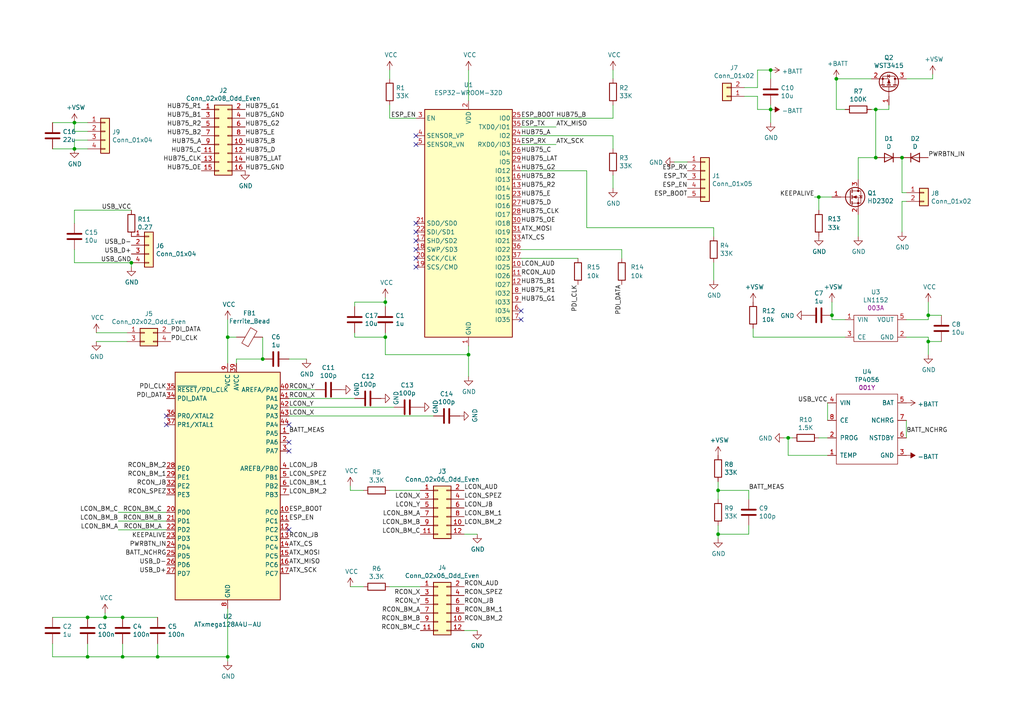
<source format=kicad_sch>
(kicad_sch (version 20211123) (generator eeschema)
  (paper "A4")
  (lib_symbols
    (symbol "Connector_Generic:Conn_01x02" (pin_names (offset 1.016) hide)
      (property "Reference" "J" (at 0 2.54 0))
      (property "Value" "Conn_01x02" (at 0 -5.08 0))
      (symbol "Conn_01x02_1_1"
        (pin passive line (at -5.08 0 0) (length 3.81) (name "Pin_1") (number "1"))
        (pin passive line (at -5.08 -2.54 0) (length 3.81) (name "Pin_2") (number "2"))
      )
    )
    (symbol "Connector_Generic:Conn_01x04" (pin_names (offset 1.016) hide)
      (property "Reference" "J" (at 0 5.08 0))
      (property "Value" "Conn_01x04" (at 0 -7.62 0))
      (symbol "Conn_01x04_1_1"
        (pin passive line (at -5.08 2.54 0) (length 3.81) (name "Pin_1") (number "1"))
        (pin passive line (at -5.08 0 0) (length 3.81) (name "Pin_2") (number "2"))
        (pin passive line (at -5.08 -2.54 0) (length 3.81) (name "Pin_3") (number "3"))
        (pin passive line (at -5.08 -5.08 0) (length 3.81) (name "Pin_4") (number "4"))
      )
    )
    (symbol "Connector_Generic:Conn_01x05" (pin_names (offset 1.016) hide)
      (property "Reference" "J" (at 0 7.62 0))
      (property "Value" "Conn_01x05" (at 0 -7.62 0))
      (symbol "Conn_01x05_1_1"
        (pin passive line (at -5.08 5.08 0) (length 3.81) (name "Pin_1") (number "1"))
        (pin passive line (at -5.08 2.54 0) (length 3.81) (name "Pin_2") (number "2"))
        (pin passive line (at -5.08 0 0) (length 3.81) (name "Pin_3") (number "3"))
        (pin passive line (at -5.08 -2.54 0) (length 3.81) (name "Pin_4") (number "4"))
        (pin passive line (at -5.08 -5.08 0) (length 3.81) (name "Pin_5") (number "5"))
      )
    )
    (symbol "Connector_Generic:Conn_02x02_Odd_Even" (pin_names (offset 1.016) hide)
      (property "Reference" "J" (at 1.27 2.54 0))
      (property "Value" "Conn_02x02_Odd_Even" (at 1.27 -5.08 0))
      (symbol "Conn_02x02_Odd_Even_1_1"
        (pin passive line (at -5.08 0 0) (length 3.81) (name "Pin_1") (number "1"))
        (pin passive line (at 7.62 0 180) (length 3.81) (name "Pin_2") (number "2"))
        (pin passive line (at -5.08 -2.54 0) (length 3.81) (name "Pin_3") (number "3"))
        (pin passive line (at 7.62 -2.54 180) (length 3.81) (name "Pin_4") (number "4"))
      )
    )
    (symbol "Connector_Generic:Conn_02x06_Odd_Even" (pin_names (offset 1.016) hide)
      (property "Reference" "J" (at 1.27 7.62 0))
      (property "Value" "Conn_02x06_Odd_Even" (at 1.27 -10.16 0))
      (symbol "Conn_02x06_Odd_Even_1_1"
        (pin passive line (at -5.08 5.08 0) (length 3.81) (name "Pin_1") (number "1"))
        (pin passive line (at 7.62 -5.08 180) (length 3.81) (name "Pin_10") (number "10"))
        (pin passive line (at -5.08 -7.62 0) (length 3.81) (name "Pin_11") (number "11"))
        (pin passive line (at 7.62 -7.62 180) (length 3.81) (name "Pin_12") (number "12"))
        (pin passive line (at 7.62 5.08 180) (length 3.81) (name "Pin_2") (number "2"))
        (pin passive line (at -5.08 2.54 0) (length 3.81) (name "Pin_3") (number "3"))
        (pin passive line (at 7.62 2.54 180) (length 3.81) (name "Pin_4") (number "4"))
        (pin passive line (at -5.08 0 0) (length 3.81) (name "Pin_5") (number "5"))
        (pin passive line (at 7.62 0 180) (length 3.81) (name "Pin_6") (number "6"))
        (pin passive line (at -5.08 -2.54 0) (length 3.81) (name "Pin_7") (number "7"))
        (pin passive line (at 7.62 -2.54 180) (length 3.81) (name "Pin_8") (number "8"))
        (pin passive line (at -5.08 -5.08 0) (length 3.81) (name "Pin_9") (number "9"))
      )
    )
    (symbol "Connector_Generic:Conn_02x08_Odd_Even" (pin_names (offset 1.016) hide)
      (property "Reference" "J" (at 1.27 10.16 0))
      (property "Value" "Conn_02x08_Odd_Even" (at 1.27 -12.7 0))
      (symbol "Conn_02x08_Odd_Even_1_1"
        (pin passive line (at -5.08 7.62 0) (length 3.81) (name "Pin_1") (number "1"))
        (pin passive line (at 7.62 -2.54 180) (length 3.81) (name "Pin_10") (number "10"))
        (pin passive line (at -5.08 -5.08 0) (length 3.81) (name "Pin_11") (number "11"))
        (pin passive line (at 7.62 -5.08 180) (length 3.81) (name "Pin_12") (number "12"))
        (pin passive line (at -5.08 -7.62 0) (length 3.81) (name "Pin_13") (number "13"))
        (pin passive line (at 7.62 -7.62 180) (length 3.81) (name "Pin_14") (number "14"))
        (pin passive line (at -5.08 -10.16 0) (length 3.81) (name "Pin_15") (number "15"))
        (pin passive line (at 7.62 -10.16 180) (length 3.81) (name "Pin_16") (number "16"))
        (pin passive line (at 7.62 7.62 180) (length 3.81) (name "Pin_2") (number "2"))
        (pin passive line (at -5.08 5.08 0) (length 3.81) (name "Pin_3") (number "3"))
        (pin passive line (at 7.62 5.08 180) (length 3.81) (name "Pin_4") (number "4"))
        (pin passive line (at -5.08 2.54 0) (length 3.81) (name "Pin_5") (number "5"))
        (pin passive line (at 7.62 2.54 180) (length 3.81) (name "Pin_6") (number "6"))
        (pin passive line (at -5.08 0 0) (length 3.81) (name "Pin_7") (number "7"))
        (pin passive line (at 7.62 0 180) (length 3.81) (name "Pin_8") (number "8"))
        (pin passive line (at -5.08 -2.54 0) (length 3.81) (name "Pin_9") (number "9"))
      )
    )
    (symbol "Device:C" (pin_numbers hide) (pin_names (offset 0.254))
      (property "Reference" "C" (at 0.635 2.54 0))
      (property "Value" "C" (at 0.635 -2.54 0))
      (symbol "C_1_1"
        (pin passive line (at 0 3.81 270) (length 2.794) (name "~") (number "1"))
        (pin passive line (at 0 -3.81 90) (length 2.794) (name "~") (number "2"))
      )
    )
    (symbol "Device:D" (pin_numbers hide) (pin_names (offset 1.016) hide)
      (property "Reference" "D" (at 0 2.54 0))
      (property "Value" "D" (at 0 -2.54 0))
      (symbol "D_1_1"
        (pin passive line (at -3.81 0 0) (length 2.54) (name "K") (number "1"))
        (pin passive line (at 3.81 0 180) (length 2.54) (name "A") (number "2"))
      )
    )
    (symbol "Device:R" (pin_numbers hide) (pin_names (offset 0))
      (property "Reference" "R" (at 2.032 0 90))
      (property "Value" "R" (at 0 0 90))
      (symbol "R_1_1"
        (pin passive line (at 0 3.81 270) (length 1.27) (name "~") (number "1"))
        (pin passive line (at 0 -3.81 90) (length 1.27) (name "~") (number "2"))
      )
    )
    (symbol "HTV_power:LN1152" (pin_names (offset 1.016))
      (property "Reference" "U" (at 0 7.62 0))
      (property "Value" "LN1152" (at 0 0 0))
      (property "HTV PNr" "003A" (at 0 5.08 0))
      (symbol "LN1152_1_1"
        (pin power_in line (at -8.89 2.54 0) (length 2.54) (name "VIN") (number "1"))
        (pin power_in line (at 8.89 -2.54 180) (length 2.54) (name "GND") (number "2"))
        (pin input line (at -8.89 -2.54 0) (length 2.54) (name "CE") (number "3"))
        (pin power_out line (at 8.89 2.54 180) (length 2.54) (name "VOUT") (number "5"))
      )
    )
    (symbol "HTV_power:TP4056" (pin_names (offset 1.016))
      (property "Reference" "U" (at 0 13.97 0))
      (property "Value" "TP4056" (at 0 0 0))
      (property "HTV PNr" "001Y" (at 0 11.43 0))
      (symbol "TP4056_1_1"
        (pin input line (at -11.43 -7.62 0) (length 2.54) (name "TEMP") (number "1"))
        (pin input line (at -11.43 -2.54 0) (length 2.54) (name "PROG") (number "2"))
        (pin power_in line (at 11.43 -7.62 180) (length 2.54) (name "GND") (number "3"))
        (pin power_in line (at -11.43 7.62 0) (length 2.54) (name "VIN") (number "4"))
        (pin power_out line (at 11.43 7.62 180) (length 2.54) (name "BAT") (number "5"))
        (pin output line (at 11.43 -2.54 180) (length 2.54) (name "NSTDBY") (number "6"))
        (pin output line (at 11.43 2.54 180) (length 2.54) (name "NCHRG") (number "7"))
        (pin input line (at -11.43 2.54 0) (length 2.54) (name "CE") (number "8"))
        (pin power_in line (at 11.43 -7.62 180) (length 2.54) hide (name "GND") (number "9"))
      )
    )
    (symbol "Mainboard-rescue:ATxmega128A4U-AU-MCU_Microchip_ATmega"
      (property "Reference" "U" (at -15.24 34.29 0))
      (property "Value" "ATxmega128A4U-AU-MCU_Microchip_ATmega" (at 2.54 -34.29 0))
      (symbol "ATxmega128A4U-AU-MCU_Microchip_ATmega_1_1"
        (pin bidirectional line (at 17.78 15.24 180) (length 2.54) (name "PA5") (number "1"))
        (pin bidirectional line (at 17.78 -7.62 180) (length 2.54) (name "PC0") (number "10"))
        (pin bidirectional line (at 17.78 -10.16 180) (length 2.54) (name "PC1") (number "11"))
        (pin bidirectional line (at 17.78 -12.7 180) (length 2.54) (name "PC2") (number "12"))
        (pin bidirectional line (at 17.78 -15.24 180) (length 2.54) (name "PC3") (number "13"))
        (pin bidirectional line (at 17.78 -17.78 180) (length 2.54) (name "PC4") (number "14"))
        (pin bidirectional line (at 17.78 -20.32 180) (length 2.54) (name "PC5") (number "15"))
        (pin bidirectional line (at 17.78 -22.86 180) (length 2.54) (name "PC6") (number "16"))
        (pin bidirectional line (at 17.78 -25.4 180) (length 2.54) (name "PC7") (number "17"))
        (pin passive line (at 0 -35.56 90) (length 2.54) hide (name "GND") (number "18"))
        (pin passive line (at 0 35.56 270) (length 2.54) hide (name "VCC") (number "19"))
        (pin bidirectional line (at 17.78 12.7 180) (length 2.54) (name "PA6") (number "2"))
        (pin bidirectional line (at -17.78 -7.62 0) (length 2.54) (name "PD0") (number "20"))
        (pin bidirectional line (at -17.78 -10.16 0) (length 2.54) (name "PD1") (number "21"))
        (pin bidirectional line (at -17.78 -12.7 0) (length 2.54) (name "PD2") (number "22"))
        (pin bidirectional line (at -17.78 -15.24 0) (length 2.54) (name "PD3") (number "23"))
        (pin bidirectional line (at -17.78 -17.78 0) (length 2.54) (name "PD4") (number "24"))
        (pin bidirectional line (at -17.78 -20.32 0) (length 2.54) (name "PD5") (number "25"))
        (pin bidirectional line (at -17.78 -22.86 0) (length 2.54) (name "PD6") (number "26"))
        (pin bidirectional line (at -17.78 -25.4 0) (length 2.54) (name "PD7") (number "27"))
        (pin bidirectional line (at -17.78 5.08 0) (length 2.54) (name "PE0") (number "28"))
        (pin bidirectional line (at -17.78 2.54 0) (length 2.54) (name "PE1") (number "29"))
        (pin bidirectional line (at 17.78 10.16 180) (length 2.54) (name "PA7") (number "3"))
        (pin passive line (at 0 -35.56 90) (length 2.54) hide (name "GND") (number "30"))
        (pin passive line (at 0 35.56 270) (length 2.54) hide (name "VCC") (number "31"))
        (pin bidirectional line (at -17.78 0 0) (length 2.54) (name "PE2") (number "32"))
        (pin bidirectional line (at -17.78 -2.54 0) (length 2.54) (name "PE3") (number "33"))
        (pin bidirectional line (at -17.78 25.4 0) (length 2.54) (name "PDI_DATA") (number "34"))
        (pin input line (at -17.78 27.94 0) (length 2.54) (name "~{RESET}/PDI_CLK") (number "35"))
        (pin bidirectional line (at -17.78 20.32 0) (length 2.54) (name "PR0/XTAL2") (number "36"))
        (pin bidirectional line (at -17.78 17.78 0) (length 2.54) (name "PR1/XTAL1") (number "37"))
        (pin passive line (at 0 -35.56 90) (length 2.54) hide (name "GND") (number "38"))
        (pin power_in line (at 2.54 35.56 270) (length 2.54) (name "AVCC") (number "39"))
        (pin bidirectional line (at 17.78 5.08 180) (length 2.54) (name "AREFB/PB0") (number "4"))
        (pin bidirectional line (at 17.78 27.94 180) (length 2.54) (name "AREFA/PA0") (number "40"))
        (pin bidirectional line (at 17.78 25.4 180) (length 2.54) (name "PA1") (number "41"))
        (pin bidirectional line (at 17.78 22.86 180) (length 2.54) (name "PA2") (number "42"))
        (pin bidirectional line (at 17.78 20.32 180) (length 2.54) (name "PA3") (number "43"))
        (pin bidirectional line (at 17.78 17.78 180) (length 2.54) (name "PA4") (number "44"))
        (pin bidirectional line (at 17.78 2.54 180) (length 2.54) (name "PB1") (number "5"))
        (pin bidirectional line (at 17.78 0 180) (length 2.54) (name "PB2") (number "6"))
        (pin bidirectional line (at 17.78 -2.54 180) (length 2.54) (name "PB3") (number "7"))
        (pin power_in line (at 0 -35.56 90) (length 2.54) (name "GND") (number "8"))
        (pin power_in line (at 0 35.56 270) (length 2.54) (name "VCC") (number "9"))
      )
    )
    (symbol "Mainboard-rescue:Ferrite_Bead-Device" (pin_numbers hide) (pin_names (offset 0))
      (property "Reference" "FB" (at -3.81 0.635 90))
      (property "Value" "Ferrite_Bead-Device" (at 3.81 0 90))
      (symbol "Ferrite_Bead-Device_1_1"
        (pin passive line (at 0 3.81 270) (length 2.54) (name "~") (number "1"))
        (pin passive line (at 0 -3.81 90) (length 2.54) (name "~") (number "2"))
      )
    )
    (symbol "RF_Module:ESP32-WROOM-32D"
      (property "Reference" "U" (at -12.7 34.29 0))
      (property "Value" "ESP32-WROOM-32D" (at 1.27 34.29 0))
      (symbol "ESP32-WROOM-32D_1_1"
        (pin power_in line (at 0 -35.56 90) (length 2.54) (name "GND") (number "1"))
        (pin bidirectional line (at 15.24 -12.7 180) (length 2.54) (name "IO25") (number "10"))
        (pin bidirectional line (at 15.24 -15.24 180) (length 2.54) (name "IO26") (number "11"))
        (pin bidirectional line (at 15.24 -17.78 180) (length 2.54) (name "IO27") (number "12"))
        (pin bidirectional line (at 15.24 10.16 180) (length 2.54) (name "IO14") (number "13"))
        (pin bidirectional line (at 15.24 15.24 180) (length 2.54) (name "IO12") (number "14"))
        (pin passive line (at 0 -35.56 90) (length 2.54) hide (name "GND") (number "15"))
        (pin bidirectional line (at 15.24 12.7 180) (length 2.54) (name "IO13") (number "16"))
        (pin bidirectional line (at -15.24 -5.08 0) (length 2.54) (name "SHD/SD2") (number "17"))
        (pin bidirectional line (at -15.24 -7.62 0) (length 2.54) (name "SWP/SD3") (number "18"))
        (pin bidirectional line (at -15.24 -12.7 0) (length 2.54) (name "SCS/CMD") (number "19"))
        (pin power_in line (at 0 35.56 270) (length 2.54) (name "VDD") (number "2"))
        (pin bidirectional line (at -15.24 -10.16 0) (length 2.54) (name "SCK/CLK") (number "20"))
        (pin bidirectional line (at -15.24 0 0) (length 2.54) (name "SDO/SD0") (number "21"))
        (pin bidirectional line (at -15.24 -2.54 0) (length 2.54) (name "SDI/SD1") (number "22"))
        (pin bidirectional line (at 15.24 7.62 180) (length 2.54) (name "IO15") (number "23"))
        (pin bidirectional line (at 15.24 25.4 180) (length 2.54) (name "IO2") (number "24"))
        (pin bidirectional line (at 15.24 30.48 180) (length 2.54) (name "IO0") (number "25"))
        (pin bidirectional line (at 15.24 20.32 180) (length 2.54) (name "IO4") (number "26"))
        (pin bidirectional line (at 15.24 5.08 180) (length 2.54) (name "IO16") (number "27"))
        (pin bidirectional line (at 15.24 2.54 180) (length 2.54) (name "IO17") (number "28"))
        (pin bidirectional line (at 15.24 17.78 180) (length 2.54) (name "IO5") (number "29"))
        (pin input line (at -15.24 30.48 0) (length 2.54) (name "EN") (number "3"))
        (pin bidirectional line (at 15.24 0 180) (length 2.54) (name "IO18") (number "30"))
        (pin bidirectional line (at 15.24 -2.54 180) (length 2.54) (name "IO19") (number "31"))
        (pin no_connect line (at -12.7 -27.94 0) (length 2.54) hide (name "NC") (number "32"))
        (pin bidirectional line (at 15.24 -5.08 180) (length 2.54) (name "IO21") (number "33"))
        (pin bidirectional line (at 15.24 22.86 180) (length 2.54) (name "RXD0/IO3") (number "34"))
        (pin bidirectional line (at 15.24 27.94 180) (length 2.54) (name "TXD0/IO1") (number "35"))
        (pin bidirectional line (at 15.24 -7.62 180) (length 2.54) (name "IO22") (number "36"))
        (pin bidirectional line (at 15.24 -10.16 180) (length 2.54) (name "IO23") (number "37"))
        (pin passive line (at 0 -35.56 90) (length 2.54) hide (name "GND") (number "38"))
        (pin passive line (at 0 -35.56 90) (length 2.54) hide (name "GND") (number "39"))
        (pin input line (at -15.24 25.4 0) (length 2.54) (name "SENSOR_VP") (number "4"))
        (pin input line (at -15.24 22.86 0) (length 2.54) (name "SENSOR_VN") (number "5"))
        (pin input line (at 15.24 -25.4 180) (length 2.54) (name "IO34") (number "6"))
        (pin input line (at 15.24 -27.94 180) (length 2.54) (name "IO35") (number "7"))
        (pin bidirectional line (at 15.24 -20.32 180) (length 2.54) (name "IO32") (number "8"))
        (pin bidirectional line (at 15.24 -22.86 180) (length 2.54) (name "IO33") (number "9"))
      )
    )
    (symbol "Transistor_FET:AO3401A" (pin_names hide)
      (property "Reference" "Q" (at 5.08 1.905 0))
      (property "Value" "AO3401A" (at 5.08 0 0))
      (symbol "AO3401A_1_1"
        (pin input line (at -5.08 0 0) (length 2.54) (name "G") (number "1"))
        (pin passive line (at 2.54 -5.08 90) (length 2.54) (name "S") (number "2"))
        (pin passive line (at 2.54 5.08 270) (length 2.54) (name "D") (number "3"))
      )
    )
    (symbol "Transistor_FET:BSS123" (pin_names hide)
      (property "Reference" "Q" (at 5.08 1.905 0))
      (property "Value" "BSS123" (at 5.08 0 0))
      (symbol "BSS123_1_1"
        (pin input line (at -5.08 0 0) (length 2.54) (name "G") (number "1"))
        (pin passive line (at 2.54 -5.08 90) (length 2.54) (name "S") (number "2"))
        (pin passive line (at 2.54 5.08 270) (length 2.54) (name "D") (number "3"))
      )
    )
    (symbol "power:+BATT" (power) (pin_names (offset 0))
      (property "Value" "+BATT" (at 0 3.556 0))
      (symbol "+BATT_1_1"
        (pin power_in line (at 0 0 90) (length 0) hide (name "+BATT") (number "1"))
      )
    )
    (symbol "power:+VSW" (power) (pin_names (offset 0))
      (property "Value" "+VSW" (at 0 3.556 0))
      (symbol "+VSW_1_1"
        (pin power_in line (at 0 0 90) (length 0) hide (name "+VSW") (number "1"))
      )
    )
    (symbol "power:-BATT" (power) (pin_names (offset 0))
      (property "Value" "-BATT" (at 0 3.556 0))
      (symbol "-BATT_1_1"
        (pin power_in line (at 0 0 90) (length 0) hide (name "-BATT") (number "1"))
      )
    )
    (symbol "power:GND" (power) (pin_names (offset 0))
      (property "Value" "GND" (at 0 -3.81 0))
      (symbol "GND_1_1"
        (pin power_in line (at 0 0 270) (length 0) hide (name "GND") (number "1"))
      )
    )
    (symbol "power:VCC" (power) (pin_names (offset 0))
      (property "Value" "VCC" (at 0 3.81 0))
      (symbol "VCC_1_1"
        (pin power_in line (at 0 0 90) (length 0) hide (name "VCC") (number "1"))
      )
    )
  )
  (junction (at 25.4 190.5))
  (junction (at 254 31.75))
  (junction (at 241.3 91.44))
  (junction (at 35.56 179.07))
  (junction (at 111.76 87.63))
  (junction (at 254 45.72))
  (junction (at 66.04 97.79))
  (junction (at 45.72 190.5))
  (junction (at 269.24 99.06))
  (junction (at 30.48 179.07))
  (junction (at 21.59 43.18))
  (junction (at 269.24 91.44))
  (junction (at 208.28 154.94))
  (junction (at 35.56 190.5))
  (junction (at 76.2 104.14))
  (junction (at 111.76 97.79))
  (junction (at 223.52 31.75))
  (junction (at 228.6 127))
  (junction (at 66.04 190.5))
  (junction (at 208.28 142.24))
  (junction (at 242.57 22.86))
  (junction (at 25.4 179.07))
  (junction (at 135.89 102.87))
  (junction (at 237.49 57.15))
  (junction (at 38.1 76.2))
  (junction (at 223.52 20.32))
  (junction (at 21.59 35.56))
  (junction (at 261.62 45.72))
  (no_connect (at 120.65 74.93))
  (no_connect (at 83.82 153.67))
  (no_connect (at 83.82 128.27))
  (no_connect (at 120.65 77.47))
  (no_connect (at 120.65 67.31))
  (no_connect (at 83.82 123.19))
  (no_connect (at 151.13 90.17))
  (no_connect (at 48.26 120.65))
  (no_connect (at 48.26 123.19))
  (no_connect (at 151.13 92.71))
  (no_connect (at 120.65 39.37))
  (no_connect (at 120.65 69.85))
  (no_connect (at 120.65 72.39))
  (no_connect (at 120.65 64.77))
  (no_connect (at 120.65 41.91))
  (no_connect (at 83.82 130.81))
  (wire (pts (xy 134.62 182.88) (xy 138.43 182.88)))
  (wire (pts (xy 261.62 58.42) (xy 261.62 67.31)))
  (wire (pts (xy 252.73 31.75) (xy 254 31.75)))
  (wire (pts (xy 113.03 30.48) (xy 113.03 34.29)))
  (wire (pts (xy 25.4 179.07) (xy 30.48 179.07)))
  (wire (pts (xy 34.29 151.13) (xy 48.26 151.13)))
  (wire (pts (xy 245.11 97.79) (xy 218.44 97.79)))
  (wire (pts (xy 111.76 102.87) (xy 111.76 97.79)))
  (wire (pts (xy 195.58 46.99) (xy 199.39 46.99)))
  (wire (pts (xy 248.92 52.07) (xy 248.92 45.72)))
  (wire (pts (xy 113.03 170.18) (xy 121.92 170.18)))
  (wire (pts (xy 135.89 20.32) (xy 135.89 29.21)))
  (wire (pts (xy 15.24 179.07) (xy 25.4 179.07)))
  (wire (pts (xy 223.52 31.75) (xy 223.52 35.56)))
  (wire (pts (xy 208.28 142.24) (xy 208.28 139.7)))
  (wire (pts (xy 270.51 22.86) (xy 262.89 22.86)))
  (wire (pts (xy 262.89 55.88) (xy 261.62 55.88)))
  (wire (pts (xy 120.65 34.29) (xy 113.03 34.29)))
  (wire (pts (xy 236.22 57.15) (xy 237.49 57.15)))
  (wire (pts (xy 91.44 113.03) (xy 83.82 113.03)))
  (wire (pts (xy 125.73 120.65) (xy 83.82 120.65)))
  (wire (pts (xy 237.49 57.15) (xy 237.49 60.96)))
  (wire (pts (xy 217.17 142.24) (xy 208.28 142.24)))
  (wire (pts (xy 66.04 97.79) (xy 66.04 105.41)))
  (wire (pts (xy 38.1 77.47) (xy 38.1 76.2)))
  (wire (pts (xy 27.94 99.06) (xy 36.83 99.06)))
  (wire (pts (xy 21.59 35.56) (xy 21.59 38.1)))
  (wire (pts (xy 269.24 87.63) (xy 269.24 91.44)))
  (wire (pts (xy 113.03 20.32) (xy 113.03 22.86)))
  (wire (pts (xy 223.52 20.32) (xy 219.71 20.32)))
  (wire (pts (xy 207.01 68.58) (xy 207.01 66.04)))
  (wire (pts (xy 38.1 76.2) (xy 21.59 76.2)))
  (wire (pts (xy 227.33 127) (xy 228.6 127)))
  (wire (pts (xy 208.28 156.21) (xy 208.28 154.94)))
  (wire (pts (xy 102.87 87.63) (xy 111.76 87.63)))
  (wire (pts (xy 170.18 49.53) (xy 170.18 66.04)))
  (wire (pts (xy 248.92 68.58) (xy 248.92 62.23)))
  (wire (pts (xy 25.4 190.5) (xy 25.4 186.69)))
  (wire (pts (xy 66.04 190.5) (xy 66.04 191.77)))
  (wire (pts (xy 102.87 115.57) (xy 83.82 115.57)))
  (wire (pts (xy 180.34 72.39) (xy 180.34 74.93)))
  (wire (pts (xy 177.8 39.37) (xy 177.8 43.18)))
  (wire (pts (xy 219.71 25.4) (xy 215.9 25.4)))
  (wire (pts (xy 21.59 40.64) (xy 21.59 43.18)))
  (wire (pts (xy 273.05 99.06) (xy 269.24 99.06)))
  (wire (pts (xy 241.3 92.71) (xy 245.11 92.71)))
  (wire (pts (xy 254 31.75) (xy 257.81 31.75)))
  (wire (pts (xy 35.56 190.5) (xy 25.4 190.5)))
  (wire (pts (xy 245.11 31.75) (xy 242.57 31.75)))
  (wire (pts (xy 257.81 31.75) (xy 257.81 30.48)))
  (wire (pts (xy 219.71 31.75) (xy 223.52 31.75)))
  (wire (pts (xy 223.52 22.86) (xy 223.52 20.32)))
  (wire (pts (xy 111.76 97.79) (xy 102.87 97.79)))
  (wire (pts (xy 215.9 27.94) (xy 219.71 27.94)))
  (wire (pts (xy 134.62 154.94) (xy 138.43 154.94)))
  (wire (pts (xy 113.03 142.24) (xy 121.92 142.24)))
  (wire (pts (xy 27.94 96.52) (xy 36.83 96.52)))
  (wire (pts (xy 219.71 20.32) (xy 219.71 25.4)))
  (wire (pts (xy 111.76 87.63) (xy 111.76 88.9)))
  (wire (pts (xy 76.2 97.79) (xy 76.2 104.14)))
  (wire (pts (xy 177.8 30.48) (xy 177.8 34.29)))
  (wire (pts (xy 15.24 190.5) (xy 15.24 186.69)))
  (wire (pts (xy 217.17 144.78) (xy 217.17 142.24)))
  (wire (pts (xy 66.04 190.5) (xy 45.72 190.5)))
  (wire (pts (xy 21.59 38.1) (xy 25.4 38.1)))
  (wire (pts (xy 15.24 35.56) (xy 21.59 35.56)))
  (wire (pts (xy 30.48 177.8) (xy 30.48 179.07)))
  (wire (pts (xy 151.13 39.37) (xy 177.8 39.37)))
  (wire (pts (xy 101.6 170.18) (xy 105.41 170.18)))
  (wire (pts (xy 151.13 36.83) (xy 161.29 36.83)))
  (wire (pts (xy 207.01 81.28) (xy 207.01 76.2)))
  (wire (pts (xy 135.89 102.87) (xy 111.76 102.87)))
  (wire (pts (xy 101.6 142.24) (xy 105.41 142.24)))
  (wire (pts (xy 25.4 35.56) (xy 21.59 35.56)))
  (wire (pts (xy 101.6 140.97) (xy 101.6 142.24)))
  (wire (pts (xy 228.6 132.08) (xy 228.6 127)))
  (wire (pts (xy 25.4 190.5) (xy 15.24 190.5)))
  (wire (pts (xy 237.49 127) (xy 240.03 127)))
  (wire (pts (xy 241.3 91.44) (xy 241.3 92.71)))
  (wire (pts (xy 151.13 72.39) (xy 180.34 72.39)))
  (wire (pts (xy 261.62 45.72) (xy 261.62 55.88)))
  (wire (pts (xy 270.51 21.59) (xy 270.51 22.86)))
  (wire (pts (xy 240.03 132.08) (xy 228.6 132.08)))
  (wire (pts (xy 38.1 60.96) (xy 21.59 60.96)))
  (wire (pts (xy 248.92 45.72) (xy 254 45.72)))
  (wire (pts (xy 217.17 154.94) (xy 208.28 154.94)))
  (wire (pts (xy 21.59 43.18) (xy 15.24 43.18)))
  (wire (pts (xy 170.18 66.04) (xy 207.01 66.04)))
  (wire (pts (xy 261.62 58.42) (xy 262.89 58.42)))
  (wire (pts (xy 177.8 20.32) (xy 177.8 22.86)))
  (wire (pts (xy 102.87 97.79) (xy 102.87 96.52)))
  (wire (pts (xy 252.73 22.86) (xy 242.57 22.86)))
  (wire (pts (xy 269.24 99.06) (xy 269.24 102.87)))
  (wire (pts (xy 68.58 104.14) (xy 76.2 104.14)))
  (wire (pts (xy 68.58 105.41) (xy 68.58 104.14)))
  (wire (pts (xy 218.44 95.25) (xy 218.44 97.79)))
  (wire (pts (xy 240.03 121.92) (xy 240.03 116.84)))
  (wire (pts (xy 262.89 121.92) (xy 262.89 127)))
  (wire (pts (xy 45.72 190.5) (xy 45.72 186.69)))
  (wire (pts (xy 111.76 86.36) (xy 111.76 87.63)))
  (wire (pts (xy 237.49 57.15) (xy 241.3 57.15)))
  (wire (pts (xy 241.3 87.63) (xy 241.3 91.44)))
  (wire (pts (xy 88.9 104.14) (xy 83.82 104.14)))
  (wire (pts (xy 48.26 153.67) (xy 34.29 153.67)))
  (wire (pts (xy 21.59 60.96) (xy 21.59 64.77)))
  (wire (pts (xy 21.59 72.39) (xy 21.59 76.2)))
  (wire (pts (xy 30.48 179.07) (xy 35.56 179.07)))
  (wire (pts (xy 135.89 109.22) (xy 135.89 102.87)))
  (wire (pts (xy 269.24 91.44) (xy 269.24 92.71)))
  (wire (pts (xy 219.71 27.94) (xy 219.71 31.75)))
  (wire (pts (xy 35.56 190.5) (xy 35.56 186.69)))
  (wire (pts (xy 68.58 97.79) (xy 66.04 97.79)))
  (wire (pts (xy 66.04 92.71) (xy 66.04 97.79)))
  (wire (pts (xy 269.24 97.79) (xy 269.24 99.06)))
  (wire (pts (xy 45.72 190.5) (xy 35.56 190.5)))
  (wire (pts (xy 151.13 49.53) (xy 170.18 49.53)))
  (wire (pts (xy 25.4 40.64) (xy 21.59 40.64)))
  (wire (pts (xy 114.3 118.11) (xy 83.82 118.11)))
  (wire (pts (xy 66.04 176.53) (xy 66.04 190.5)))
  (wire (pts (xy 242.57 22.86) (xy 242.57 31.75)))
  (wire (pts (xy 177.8 50.8) (xy 177.8 54.61)))
  (wire (pts (xy 151.13 74.93) (xy 167.64 74.93)))
  (wire (pts (xy 262.89 97.79) (xy 269.24 97.79)))
  (wire (pts (xy 161.29 41.91) (xy 151.13 41.91)))
  (wire (pts (xy 208.28 154.94) (xy 208.28 152.4)))
  (wire (pts (xy 223.52 30.48) (xy 223.52 31.75)))
  (wire (pts (xy 269.24 92.71) (xy 262.89 92.71)))
  (wire (pts (xy 35.56 179.07) (xy 45.72 179.07)))
  (wire (pts (xy 177.8 34.29) (xy 151.13 34.29)))
  (wire (pts (xy 48.26 148.59) (xy 34.29 148.59)))
  (wire (pts (xy 254 45.72) (xy 254 31.75)))
  (wire (pts (xy 21.59 43.18) (xy 25.4 43.18)))
  (wire (pts (xy 273.05 91.44) (xy 269.24 91.44)))
  (wire (pts (xy 208.28 144.78) (xy 208.28 142.24)))
  (wire (pts (xy 228.6 127) (xy 229.87 127)))
  (wire (pts (xy 111.76 97.79) (xy 111.76 96.52)))
  (wire (pts (xy 135.89 102.87) (xy 135.89 100.33)))
  (wire (pts (xy 102.87 88.9) (xy 102.87 87.63)))
  (wire (pts (xy 217.17 152.4) (xy 217.17 154.94)))
  (label "HUB75_R2" (at 151.13 54.61 0))
  (label "LCON_AUD" (at 151.13 77.47 0))
  (label "PDI_CLK" (at 49.53 99.06 0))
  (label "LCON_BM_C" (at 34.29 148.59 180))
  (label "RCON_BM_C" (at 121.92 182.88 180))
  (label "ATX_CS" (at 151.13 69.85 0))
  (label "ESP_RX" (at 151.13 41.91 0))
  (label "RCON_BM_A" (at 46.99 153.67 180))
  (label "ATX_MISO" (at 83.82 163.83 0))
  (label "HUB75_D" (at 71.12 44.45 0))
  (label "BATT_MEAS" (at 83.82 125.73 0))
  (label "LCON_BM_1" (at 134.62 149.86 0))
  (label "HUB75_B2" (at 58.42 39.37 180))
  (label "RCON_AUD" (at 151.13 80.01 0))
  (label "USB_VCC" (at 38.1 60.96 180))
  (label "ATX_MOSI" (at 83.82 161.29 0))
  (label "ESP_TX" (at 151.13 36.83 0))
  (label "BATT_NCHRG" (at 262.89 125.73 0))
  (label "ATX_SCK" (at 161.29 41.91 0))
  (label "ESP_RX" (at 199.39 49.53 180))
  (label "ESP_EN" (at 199.39 54.61 180))
  (label "LCON_X" (at 121.92 144.78 180))
  (label "HUB75_G1" (at 71.12 31.75 0))
  (label "PDI_CLK" (at 48.26 113.03 180))
  (label "HUB75_LAT" (at 71.12 46.99 0))
  (label "HUB75_R1" (at 58.42 31.75 180))
  (label "HUB75_G2" (at 151.13 49.53 0))
  (label "RCON_X" (at 83.82 115.57 0))
  (label "ATX_MISO" (at 161.29 36.83 0))
  (label "RCON_SPEZ" (at 134.62 172.72 0))
  (label "RCON_BM_A" (at 121.92 177.8 180))
  (label "LCON_BM_1" (at 83.82 140.97 0))
  (label "ATX_SCK" (at 83.82 166.37 0))
  (label "RCON_BM_2" (at 134.62 180.34 0))
  (label "PWRBTN_IN" (at 269.24 45.72 0))
  (label "ESP_BOOT" (at 151.13 34.29 0))
  (label "LCON_BM_A" (at 34.29 153.67 180))
  (label "HUB75_R1" (at 151.13 85.09 0))
  (label "ESP_TX" (at 199.39 52.07 180))
  (label "LCON_BM_2" (at 134.62 152.4 0))
  (label "RCON_JB" (at 48.26 140.97 180))
  (label "LCON_SPEZ" (at 134.62 144.78 0))
  (label "USB_D+" (at 38.1 73.66 180))
  (label "RCON_BM_B" (at 46.99 151.13 180))
  (label "RCON_JB" (at 134.62 175.26 0))
  (label "USB_GND" (at 38.1 76.2 180))
  (label "USB_VCC" (at 240.03 116.84 180))
  (label "ESP_EN" (at 83.82 151.13 0))
  (label "HUB75_A" (at 58.42 41.91 180))
  (label "HUB75_B" (at 71.12 41.91 0))
  (label "RCON_BM_C" (at 46.99 148.59 180))
  (label "LCON_X" (at 83.82 120.65 0))
  (label "HUB75_A" (at 151.13 39.37 0))
  (label "HUB75_B1" (at 151.13 82.55 0))
  (label "HUB75_E" (at 71.12 39.37 0))
  (label "LCON_AUD" (at 134.62 142.24 0))
  (label "USB_D-" (at 38.1 71.12 180))
  (label "RCON_BM_B" (at 121.92 180.34 180))
  (label "HUB75_C" (at 58.42 44.45 180))
  (label "RCON_BM_1" (at 48.26 138.43 180))
  (label "LCON_JB" (at 83.82 135.89 0))
  (label "LCON_Y" (at 83.82 118.11 0))
  (label "HUB75_CLK" (at 58.42 46.99 180))
  (label "HUB75_E" (at 151.13 57.15 0))
  (label "LCON_BM_C" (at 121.92 154.94 180))
  (label "HUB75_B1" (at 58.42 34.29 180))
  (label "KEEPALIVE" (at 236.22 57.15 180))
  (label "LCON_Y" (at 121.92 147.32 180))
  (label "HUB75_C" (at 151.13 44.45 0))
  (label "RCON_BM_2" (at 48.26 135.89 180))
  (label "LCON_JB" (at 134.62 147.32 0))
  (label "PWRBTN_IN" (at 48.26 158.75 180))
  (label "PDI_DATA" (at 49.53 96.52 0))
  (label "HUB75_G2" (at 71.12 36.83 0))
  (label "HUB75_R2" (at 58.42 36.83 180))
  (label "BATT_NCHRG" (at 48.26 161.29 180))
  (label "USB_D+" (at 48.26 166.37 180))
  (label "HUB75_G1" (at 151.13 87.63 0))
  (label "HUB75_D" (at 151.13 59.69 0))
  (label "PDI_DATA" (at 48.26 115.57 180))
  (label "HUB75_OE" (at 151.13 64.77 0))
  (label "RCON_AUD" (at 134.62 170.18 0))
  (label "HUB75_GND" (at 71.12 49.53 0))
  (label "HUB75_CLK" (at 151.13 62.23 0))
  (label "LCON_BM_A" (at 121.92 149.86 180))
  (label "RCON_Y" (at 121.92 175.26 180))
  (label "LCON_BM_B" (at 34.29 151.13 180))
  (label "LCON_BM_B" (at 121.92 152.4 180))
  (label "HUB75_GND" (at 71.12 34.29 0))
  (label "RCON_BM_1" (at 134.62 177.8 0))
  (label "HUB75_LAT" (at 151.13 46.99 0))
  (label "HUB75_B2" (at 151.13 52.07 0))
  (label "BATT_MEAS" (at 217.17 142.24 0))
  (label "HUB75_OE" (at 58.42 49.53 180))
  (label "LCON_BM_2" (at 83.82 143.51 0))
  (label "PDI_CLK" (at 167.64 82.55 270))
  (label "USB_D-" (at 48.26 163.83 180))
  (label "RCON_SPEZ" (at 48.26 143.51 180))
  (label "ATX_MOSI" (at 151.13 67.31 0))
  (label "PDI_DATA" (at 180.34 82.55 270))
  (label "ESP_BOOT" (at 83.82 148.59 0))
  (label "ESP_EN" (at 120.65 34.29 180))
  (label "ATX_CS" (at 83.82 158.75 0))
  (label "ESP_BOOT" (at 199.39 57.15 180))
  (label "RCON_Y" (at 83.82 113.03 0))
  (label "RCON_X" (at 121.92 172.72 180))
  (label "RCON_JB" (at 83.82 156.21 0))
  (label "KEEPALIVE" (at 48.26 156.21 180))
  (label "HUB75_B" (at 161.29 34.29 0))
  (label "LCON_SPEZ" (at 83.82 138.43 0))
  (symbol (lib_id "Device:R") (at 177.8 46.99 0) (unit 1)
    (property "Reference" "R3" (at 179.578 45.8216 0) (effects (justify left)))
    (property "Value" "33K" (at 179.578 48.133 0) (effects (justify left)))
    (property "Footprint" "Resistor_SMD:R_0402_1005Metric" (effects hide))
  )
  (symbol (lib_id "RF_Module:ESP32-WROOM-32D") (at 135.89 64.77 0) (unit 1)
    (property "Reference" "U1" (at 135.89 24.6126 0))
    (property "Value" "ESP32-WROOM-32D" (at 135.89 26.924 0))
    (property "Footprint" "HTV-mcu:ESP32-WROOM-32E" (effects hide))
    (property "Datasheet" "https://www.espressif.com/sites/default/files/documentation/esp32-wroom-32d_esp32-wroom-32u_datasheet_en.pdf" (effects hide))
  )
  (symbol (lib_id "Connector_Generic:Conn_02x08_Odd_Even") (at 63.5 39.37 0) (unit 1)
    (property "Reference" "J2" (at 64.77 26.2382 0))
    (property "Value" "Conn_02x08_Odd_Even" (at 64.77 28.5496 0))
    (property "Footprint" "Connector_PinSocket_2.54mm:PinSocket_2x08_P2.54mm_Vertical" (effects hide))
  )
  (symbol (lib_id "power:GND") (at 135.89 109.22 0) (unit 1)
    (property "Reference" "#PWR04" (effects hide))
    (property "Value" "GND" (at 136.017 113.6142 0))
  )
  (symbol (lib_id "power:GND") (at 177.8 54.61 0) (unit 1)
    (property "Reference" "#PWR06" (effects hide))
    (property "Value" "GND" (at 177.927 59.0042 0))
  )
  (symbol (lib_id "Connector_Generic:Conn_01x05") (at 204.47 52.07 0) (unit 1)
    (property "Reference" "J1" (at 206.502 51.0032 0) (effects (justify left)))
    (property "Value" "Conn_01x05" (at 206.502 53.3146 0) (effects (justify left)))
    (property "Footprint" "Connector_PinHeader_1.27mm:PinHeader_1x05_P1.27mm_Vertical" (effects hide))
  )
  (symbol (lib_id "Device:R") (at 177.8 26.67 0) (unit 1)
    (property "Reference" "R2" (at 179.578 25.5016 0) (effects (justify left)))
    (property "Value" "33K" (at 179.578 27.813 0) (effects (justify left)))
    (property "Footprint" "Resistor_SMD:R_0402_1005Metric" (effects hide))
  )
  (symbol (lib_id "power:VCC") (at 177.8 20.32 0) (unit 1)
    (property "Reference" "#PWR05" (effects hide))
    (property "Value" "VCC" (at 178.181 15.9258 0))
  )
  (symbol (lib_id "power:GND") (at 195.58 46.99 270) (unit 1)
    (property "Reference" "#PWR08" (effects hide))
    (property "Value" "GND" (at 192.3288 47.117 90) (effects (justify right)))
  )
  (symbol (lib_id "power:+VSW") (at 270.51 21.59 0) (unit 1)
    (property "Reference" "#PWR025" (effects hide))
    (property "Value" "+VSW" (at 270.891 17.1958 0))
  )
  (symbol (lib_id "power:VCC") (at 135.89 20.32 0) (unit 1)
    (property "Reference" "#PWR03" (effects hide))
    (property "Value" "VCC" (at 136.271 15.9258 0))
  )
  (symbol (lib_id "Device:R") (at 113.03 26.67 0) (unit 1)
    (property "Reference" "R1" (at 114.808 25.5016 0) (effects (justify left)))
    (property "Value" "33K" (at 114.808 27.813 0) (effects (justify left)))
    (property "Footprint" "Resistor_SMD:R_0402_1005Metric" (effects hide))
  )
  (symbol (lib_id "power:VCC") (at 113.03 20.32 0) (unit 1)
    (property "Reference" "#PWR02" (effects hide))
    (property "Value" "VCC" (at 113.411 15.9258 0))
  )
  (symbol (lib_id "Device:R") (at 207.01 72.39 0) (unit 1)
    (property "Reference" "R4" (at 208.788 71.2216 0) (effects (justify left)))
    (property "Value" "33K" (at 208.788 73.533 0) (effects (justify left)))
    (property "Footprint" "Resistor_SMD:R_0402_1005Metric" (effects hide))
  )
  (symbol (lib_id "power:GND") (at 207.01 81.28 0) (unit 1)
    (property "Reference" "#PWR07" (effects hide))
    (property "Value" "GND" (at 207.137 85.6742 0))
  )
  (symbol (lib_id "Device:C") (at 111.76 92.71 0) (unit 1)
    (property "Reference" "C1" (at 114.681 91.5416 0) (effects (justify left)))
    (property "Value" "1u" (at 114.681 93.853 0) (effects (justify left)))
    (property "Footprint" "Capacitor_SMD:C_0402_1005Metric" (effects hide))
  )
  (symbol (lib_id "power:VCC") (at 111.76 86.36 0) (unit 1)
    (property "Reference" "#PWR01" (effects hide))
    (property "Value" "VCC" (at 112.141 81.9658 0))
  )
  (symbol (lib_id "Mainboard-rescue:ATxmega128A4U-AU-MCU_Microchip_ATmega") (at 66.04 140.97 0) (unit 1)
    (property "Reference" "U2" (at 66.04 178.7906 0))
    (property "Value" "ATxmega128A4U-AU" (at 66.04 181.102 0))
    (property "Footprint" "Package_QFP:TQFP-44_10x10mm_P0.8mm" (effects hide))
    (property "Datasheet" "http://ww1.microchip.com/downloads/en/DeviceDoc/Atmel-8387-8-and16-bit-AVR-Microcontroller-XMEGA-A4U_Datasheet.pdf" (effects hide))
  )
  (symbol (lib_id "power:GND") (at 66.04 191.77 0) (unit 1)
    (property "Reference" "#PWR010" (effects hide))
    (property "Value" "GND" (at 66.167 196.1642 0))
  )
  (symbol (lib_id "power:VCC") (at 66.04 92.71 0) (unit 1)
    (property "Reference" "#PWR09" (effects hide))
    (property "Value" "VCC" (at 66.421 88.3158 0))
  )
  (symbol (lib_id "Connector_Generic:Conn_01x04") (at 43.18 71.12 0) (unit 1)
    (property "Reference" "J6" (at 45.212 71.3232 0) (effects (justify left)))
    (property "Value" "Conn_01x04" (at 45.212 73.6346 0) (effects (justify left)))
    (property "Footprint" "Connector_PinHeader_2.54mm:PinHeader_1x04_P2.54mm_Vertical" (effects hide))
  )
  (symbol (lib_id "Connector_Generic:Conn_01x02") (at 267.97 55.88 0) (unit 1)
    (property "Reference" "J8" (at 270.002 56.0832 0) (effects (justify left)))
    (property "Value" "Conn_01x02" (at 270.002 58.3946 0) (effects (justify left)))
    (property "Footprint" "Connector_PinHeader_2.54mm:PinHeader_1x02_P2.54mm_Vertical" (effects hide))
  )
  (symbol (lib_id "Connector_Generic:Conn_01x02") (at 210.82 27.94 180) (unit 1)
    (property "Reference" "J7" (at 212.9028 19.685 0))
    (property "Value" "Conn_01x02" (at 212.9028 21.9964 0))
    (property "Footprint" "Connector_PinHeader_2.54mm:PinHeader_1x02_P2.54mm_Vertical" (effects hide))
  )
  (symbol (lib_id "Connector_Generic:Conn_02x06_Odd_Even") (at 127 147.32 0) (unit 1)
    (property "Reference" "J3" (at 128.27 136.7282 0))
    (property "Value" "Conn_02x06_Odd_Even" (at 128.27 139.0396 0))
    (property "Footprint" "Connector_PinHeader_2.54mm:PinHeader_2x06_P2.54mm_Horizontal" (effects hide))
  )
  (symbol (lib_id "Connector_Generic:Conn_02x06_Odd_Even") (at 127 175.26 0) (unit 1)
    (property "Reference" "J4" (at 128.27 164.6682 0))
    (property "Value" "Conn_02x06_Odd_Even" (at 128.27 166.9796 0))
    (property "Footprint" "Connector_PinHeader_2.54mm:PinHeader_2x06_P2.54mm_Horizontal" (effects hide))
  )
  (symbol (lib_id "power:GND") (at 138.43 154.94 0) (unit 1)
    (property "Reference" "#PWR013" (effects hide))
    (property "Value" "GND" (at 138.557 159.3342 0))
  )
  (symbol (lib_id "power:GND") (at 138.43 182.88 0) (unit 1)
    (property "Reference" "#PWR014" (effects hide))
    (property "Value" "GND" (at 138.557 187.2742 0))
  )
  (symbol (lib_id "power:VCC") (at 101.6 170.18 0) (unit 1)
    (property "Reference" "#PWR012" (effects hide))
    (property "Value" "VCC" (at 101.981 165.7858 0))
  )
  (symbol (lib_id "power:VCC") (at 101.6 140.97 0) (unit 1)
    (property "Reference" "#PWR011" (effects hide))
    (property "Value" "VCC" (at 101.981 136.5758 0))
  )
  (symbol (lib_id "power:GND") (at 38.1 77.47 0) (unit 1)
    (property "Reference" "#PWR0102" (effects hide))
    (property "Value" "GND" (at 38.227 81.8642 0))
  )
  (symbol (lib_id "Connector_Generic:Conn_01x04") (at 30.48 38.1 0) (unit 1)
    (property "Reference" "J9" (at 32.512 38.3032 0) (effects (justify left)))
    (property "Value" "Conn_01x04" (at 32.512 40.6146 0) (effects (justify left)))
    (property "Footprint" "Connector_PinHeader_2.54mm:PinHeader_1x04_P2.54mm_Vertical" (effects hide))
  )
  (symbol (lib_id "power:+VSW") (at 21.59 35.56 0) (unit 1)
    (property "Reference" "#PWR0103" (effects hide))
    (property "Value" "+VSW" (at 21.971 31.1658 0))
  )
  (symbol (lib_id "power:GND") (at 21.59 43.18 0) (unit 1)
    (property "Reference" "#PWR0104" (effects hide))
    (property "Value" "GND" (at 21.717 47.5742 0))
  )
  (symbol (lib_id "Device:R") (at 109.22 170.18 270) (unit 1)
    (property "Reference" "R6" (at 109.22 164.9222 90))
    (property "Value" "3.3K" (at 109.22 167.2336 90))
    (property "Footprint" "Resistor_SMD:R_0402_1005Metric" (effects hide))
  )
  (symbol (lib_id "Device:R") (at 109.22 142.24 270) (unit 1)
    (property "Reference" "R5" (at 109.22 136.9822 90))
    (property "Value" "3.3K" (at 109.22 139.2936 90))
    (property "Footprint" "Resistor_SMD:R_0402_1005Metric" (effects hide))
  )
  (symbol (lib_id "Device:C") (at 45.72 182.88 0) (unit 1)
    (property "Reference" "C5" (at 48.641 181.7116 0) (effects (justify left)))
    (property "Value" "100n" (at 48.641 184.023 0) (effects (justify left)))
    (property "Footprint" "Capacitor_SMD:C_0402_1005Metric" (effects hide))
  )
  (symbol (lib_id "Device:C") (at 35.56 182.88 0) (unit 1)
    (property "Reference" "C4" (at 38.481 181.7116 0) (effects (justify left)))
    (property "Value" "100n" (at 38.481 184.023 0) (effects (justify left)))
    (property "Footprint" "Capacitor_SMD:C_0402_1005Metric" (effects hide))
  )
  (symbol (lib_id "Device:C") (at 25.4 182.88 0) (unit 1)
    (property "Reference" "C3" (at 28.321 181.7116 0) (effects (justify left)))
    (property "Value" "100n" (at 28.321 184.023 0) (effects (justify left)))
    (property "Footprint" "Capacitor_SMD:C_0402_1005Metric" (effects hide))
  )
  (symbol (lib_id "Device:C") (at 15.24 182.88 0) (unit 1)
    (property "Reference" "C2" (at 18.161 181.7116 0) (effects (justify left)))
    (property "Value" "1u" (at 18.161 184.023 0) (effects (justify left)))
    (property "Footprint" "Capacitor_SMD:C_0402_1005Metric" (effects hide))
  )
  (symbol (lib_id "power:VCC") (at 30.48 177.8 0) (unit 1)
    (property "Reference" "#PWR015" (effects hide))
    (property "Value" "VCC" (at 30.861 173.4058 0))
  )
  (symbol (lib_id "HTV_power:LN1152") (at 254 95.25 0) (unit 1)
    (property "Reference" "U3" (at 254 84.709 0))
    (property "Value" "LN1152" (at 254 87.0204 0))
    (property "Footprint" "Package_TO_SOT_SMD:SOT-23-5" (effects hide))
    (property "Datasheet" "http://www.natlinear.com/uploadfiles/LNXT/LN1152_E.pdf" (effects hide))
    (property "HTV PNr" "003A" (at 254 89.3318 0))
  )
  (symbol (lib_id "Mainboard-rescue:Ferrite_Bead-Device") (at 72.39 97.79 90) (unit 1)
    (property "Reference" "FB1" (at 72.39 90.8304 90))
    (property "Value" "Ferrite_Bead" (at 72.39 93.1418 90))
    (property "Footprint" "Inductor_SMD:L_0603_1608Metric" (effects hide))
  )
  (symbol (lib_id "Device:C") (at 80.01 104.14 270) (unit 1)
    (property "Reference" "C6" (at 80.01 97.7392 90))
    (property "Value" "1u" (at 80.01 100.0506 90))
    (property "Footprint" "Capacitor_SMD:C_0402_1005Metric" (effects hide))
  )
  (symbol (lib_id "power:GND") (at 88.9 104.14 0) (unit 1)
    (property "Reference" "#PWR016" (effects hide))
    (property "Value" "GND" (at 89.027 108.5342 0))
  )
  (symbol (lib_id "power:GND") (at 269.24 102.87 0) (unit 1)
    (property "Reference" "#PWR029" (effects hide))
    (property "Value" "GND" (at 269.367 107.2642 0))
  )
  (symbol (lib_id "power:VCC") (at 269.24 87.63 0) (unit 1)
    (property "Reference" "#PWR028" (effects hide))
    (property "Value" "VCC" (at 269.621 83.2358 0))
  )
  (symbol (lib_id "power:+VSW") (at 241.3 87.63 0) (unit 1)
    (property "Reference" "#PWR027" (effects hide))
    (property "Value" "+VSW" (at 241.681 83.2358 0))
  )
  (symbol (lib_id "Device:C") (at 273.05 95.25 0) (unit 1)
    (property "Reference" "C8" (at 275.971 94.0816 0) (effects (justify left)))
    (property "Value" "10u" (at 275.971 96.393 0) (effects (justify left)))
    (property "Footprint" "Capacitor_SMD:C_0805_2012Metric" (effects hide))
  )
  (symbol (lib_id "Device:C") (at 237.49 91.44 270) (unit 1)
    (property "Reference" "C7" (at 237.49 85.0392 90))
    (property "Value" "1u" (at 237.49 87.3506 90))
    (property "Footprint" "Capacitor_SMD:C_0402_1005Metric" (effects hide))
  )
  (symbol (lib_id "power:GND") (at 233.68 91.44 270) (unit 1)
    (property "Reference" "#PWR026" (effects hide))
    (property "Value" "GND" (at 230.4288 91.567 90) (effects (justify right)))
  )
  (symbol (lib_id "power:+BATT") (at 262.89 116.84 270) (unit 1)
    (property "Reference" "#PWR032" (effects hide))
    (property "Value" "+BATT" (at 266.1412 117.221 90) (effects (justify left)))
  )
  (symbol (lib_id "power:-BATT") (at 262.89 132.08 270) (unit 1)
    (property "Reference" "#PWR033" (effects hide))
    (property "Value" "-BATT" (at 266.1412 132.461 90) (effects (justify left)))
  )
  (symbol (lib_id "Device:R") (at 233.68 127 270) (unit 1)
    (property "Reference" "R10" (at 233.68 121.7422 90))
    (property "Value" "1.5K" (at 233.68 124.0536 90))
    (property "Footprint" "Resistor_SMD:R_0402_1005Metric" (effects hide))
  )
  (symbol (lib_id "power:GND") (at 227.33 127 270) (unit 1)
    (property "Reference" "#PWR034" (effects hide))
    (property "Value" "GND" (at 224.0788 127.127 90) (effects (justify right)))
  )
  (symbol (lib_id "Device:R") (at 208.28 135.89 180) (unit 1)
    (property "Reference" "R8" (at 210.058 134.7216 0) (effects (justify right)))
    (property "Value" "33K" (at 210.058 137.033 0) (effects (justify right)))
    (property "Footprint" "Resistor_SMD:R_0402_1005Metric" (effects hide))
  )
  (symbol (lib_id "Device:R") (at 208.28 148.59 180) (unit 1)
    (property "Reference" "R9" (at 210.058 147.4216 0) (effects (justify right)))
    (property "Value" "33K" (at 210.058 149.733 0) (effects (justify right)))
    (property "Footprint" "Resistor_SMD:R_0402_1005Metric" (effects hide))
  )
  (symbol (lib_id "power:GND") (at 208.28 156.21 0) (unit 1)
    (property "Reference" "#PWR031" (effects hide))
    (property "Value" "GND" (at 208.407 160.6042 0))
  )
  (symbol (lib_id "Device:C") (at 217.17 148.59 0) (unit 1)
    (property "Reference" "C9" (at 220.091 147.4216 0) (effects (justify left)))
    (property "Value" "100p" (at 220.091 149.733 0) (effects (justify left)))
    (property "Footprint" "Capacitor_SMD:C_0402_1005Metric" (effects hide))
  )
  (symbol (lib_id "power:+VSW") (at 208.28 132.08 0) (unit 1)
    (property "Reference" "#PWR0105" (effects hide))
    (property "Value" "+VSW" (at 208.661 127.6858 0))
  )
  (symbol (lib_id "Device:R") (at 38.1 64.77 0) (unit 1)
    (property "Reference" "R11" (at 39.878 63.6016 0) (effects (justify left)))
    (property "Value" "0.27" (at 39.878 65.913 0) (effects (justify left)))
    (property "Footprint" "Resistor_SMD:R_0805_2012Metric" (effects hide))
  )
  (symbol (lib_id "Device:C") (at 223.52 26.67 0) (unit 1)
    (property "Reference" "C10" (at 226.441 25.5016 0) (effects (justify left)))
    (property "Value" "10u" (at 226.441 27.813 0) (effects (justify left)))
    (property "Footprint" "Capacitor_SMD:C_0603_1608Metric" (effects hide))
  )
  (symbol (lib_id "Device:C") (at 95.25 113.03 270) (unit 1)
    (property "Reference" "C11" (at 95.25 106.6292 90))
    (property "Value" "100p" (at 95.25 108.9406 90))
    (property "Footprint" "Capacitor_SMD:C_0402_1005Metric" (effects hide))
  )
  (symbol (lib_id "Device:C") (at 106.68 115.57 270) (unit 1)
    (property "Reference" "C12" (at 106.68 109.1692 90))
    (property "Value" "100p" (at 106.68 111.4806 90))
    (property "Footprint" "Capacitor_SMD:C_0402_1005Metric" (effects hide))
  )
  (symbol (lib_id "Device:C") (at 118.11 118.11 270) (unit 1)
    (property "Reference" "C13" (at 118.11 111.7092 90))
    (property "Value" "100p" (at 118.11 114.0206 90))
    (property "Footprint" "Capacitor_SMD:C_0402_1005Metric" (effects hide))
  )
  (symbol (lib_id "Device:C") (at 129.54 120.65 270) (unit 1)
    (property "Reference" "C14" (at 129.54 114.2492 90))
    (property "Value" "100p" (at 129.54 116.5606 90))
    (property "Footprint" "Capacitor_SMD:C_0402_1005Metric" (effects hide))
  )
  (symbol (lib_id "power:GND") (at 71.12 49.53 0) (unit 1)
    (property "Reference" "#PWR0101" (effects hide))
    (property "Value" "GND" (at 71.247 53.9242 0))
  )
  (symbol (lib_id "power:GND") (at 133.35 120.65 90) (unit 1)
    (property "Reference" "#PWR037" (effects hide))
    (property "Value" "GND" (at 137.7442 120.523 0))
  )
  (symbol (lib_id "power:GND") (at 121.92 118.11 90) (unit 1)
    (property "Reference" "#PWR036" (effects hide))
    (property "Value" "GND" (at 126.3142 117.983 0))
  )
  (symbol (lib_id "Connector_Generic:Conn_02x02_Odd_Even") (at 41.91 96.52 0) (unit 1)
    (property "Reference" "J5" (at 43.18 91.0082 0))
    (property "Value" "Conn_02x02_Odd_Even" (at 43.18 93.3196 0))
    (property "Footprint" "Connector_PinHeader_2.54mm:PinHeader_2x02_P2.54mm_Vertical" (effects hide))
  )
  (symbol (lib_id "power:GND") (at 110.49 115.57 90) (unit 1)
    (property "Reference" "#PWR035" (effects hide))
    (property "Value" "GND" (at 114.8842 115.443 0))
  )
  (symbol (lib_id "power:GND") (at 99.06 113.03 90) (unit 1)
    (property "Reference" "#PWR030" (effects hide))
    (property "Value" "GND" (at 103.4542 112.903 0))
  )
  (symbol (lib_id "power:VCC") (at 27.94 96.52 0) (unit 1)
    (property "Reference" "#PWR017" (effects hide))
    (property "Value" "VCC" (at 28.321 92.1258 0))
  )
  (symbol (lib_id "power:GND") (at 27.94 99.06 0) (unit 1)
    (property "Reference" "#PWR018" (effects hide))
    (property "Value" "GND" (at 28.067 103.4542 0))
  )
  (symbol (lib_id "power:+BATT") (at 223.52 20.32 270) (unit 1)
    (property "Reference" "#PWR019" (effects hide))
    (property "Value" "+BATT" (at 226.7712 20.701 90) (effects (justify left)))
  )
  (symbol (lib_id "power:-BATT") (at 223.52 31.75 270) (unit 1)
    (property "Reference" "#PWR020" (effects hide))
    (property "Value" "-BATT" (at 226.7712 32.131 90) (effects (justify left)))
  )
  (symbol (lib_id "power:GND") (at 223.52 35.56 0) (unit 1)
    (property "Reference" "#PWR021" (effects hide))
    (property "Value" "GND" (at 223.647 39.9542 0))
  )
  (symbol (lib_id "Transistor_FET:AO3401A") (at 257.81 25.4 270) (mirror x) (unit 1)
    (property "Reference" "Q2" (at 257.81 16.7132 90))
    (property "Value" "WST3415" (at 257.81 19.0246 90))
    (property "Footprint" "Package_TO_SOT_SMD:TSOT-23" (effects hide))
    (property "Datasheet" "http://www.aosmd.com/pdfs/datasheet/AO3401A.pdf" (effects hide))
  )
  (symbol (lib_id "Device:R") (at 248.92 31.75 270) (unit 1)
    (property "Reference" "R7" (at 248.92 26.4922 90))
    (property "Value" "100K" (at 248.92 28.8036 90))
    (property "Footprint" "Resistor_SMD:R_0402_1005Metric" (effects hide))
  )
  (symbol (lib_id "power:+BATT") (at 242.57 22.86 0) (unit 1)
    (property "Reference" "#PWR022" (effects hide))
    (property "Value" "+BATT" (at 242.951 18.4658 0))
  )
  (symbol (lib_id "HTV_power:TP4056") (at 251.46 124.46 0) (unit 1)
    (property "Reference" "U4" (at 251.46 107.823 0))
    (property "Value" "TP4056" (at 251.46 110.1344 0))
    (property "Footprint" "Package_SO:HSOP-8-1EP_3.9x4.9mm_P1.27mm_EP2.41x3.1mm_ThermalVias" (effects hide))
    (property "Datasheet" "https://dlnmh9ip6v2uc.cloudfront.net/datasheets/Prototyping/TP4056.pdf" (effects hide))
    (property "HTV PNr" "001Y" (at 251.46 112.4458 0))
  )
  (symbol (lib_id "power:GND") (at 261.62 67.31 0) (unit 1)
    (property "Reference" "#PWR024" (effects hide))
    (property "Value" "GND" (at 261.747 71.7042 0))
  )
  (symbol (lib_id "Device:D") (at 257.81 45.72 180) (unit 1)
    (property "Reference" "D1" (at 257.81 40.2082 0))
    (property "Value" "D" (at 257.81 42.5196 0))
    (property "Footprint" "Diode_SMD:D_0603_1608Metric" (effects hide))
  )
  (symbol (lib_id "Device:D") (at 265.43 45.72 0) (unit 1)
    (property "Reference" "D2" (at 265.43 40.2082 0))
    (property "Value" "D" (at 265.43 42.5196 0))
    (property "Footprint" "Diode_SMD:D_0603_1608Metric" (effects hide))
  )
  (symbol (lib_id "power:GND") (at 248.92 68.58 0) (unit 1)
    (property "Reference" "#PWR023" (effects hide))
    (property "Value" "GND" (at 249.047 72.9742 0))
  )
  (symbol (lib_id "Transistor_FET:BSS123") (at 246.38 57.15 0) (unit 1)
    (property "Reference" "Q1" (at 251.5616 55.9816 0) (effects (justify left)))
    (property "Value" "HD2302" (at 251.5616 58.293 0) (effects (justify left)))
    (property "Footprint" "Package_TO_SOT_SMD:SOT-23" (effects hide))
    (property "Datasheet" "http://www.diodes.com/assets/Datasheets/ds30366.pdf" (effects hide))
  )
  (symbol (lib_id "Device:C") (at 21.59 68.58 0) (unit 1)
    (property "Reference" "C15" (at 24.511 67.4116 0) (effects (justify left)))
    (property "Value" "10u" (at 24.511 69.723 0) (effects (justify left)))
    (property "Footprint" "Capacitor_SMD:C_0603_1608Metric" (effects hide))
  )
  (symbol (lib_id "Device:C") (at 15.24 39.37 0) (unit 1)
    (property "Reference" "C16" (at 18.161 38.2016 0) (effects (justify left)))
    (property "Value" "22u" (at 18.161 40.513 0) (effects (justify left)))
    (property "Footprint" "Capacitor_SMD:C_1206_3216Metric" (effects hide))
  )
  (symbol (lib_id "Device:C") (at 102.87 92.71 0) (unit 1)
    (property "Reference" "C17" (at 105.791 91.5416 0) (effects (justify left)))
    (property "Value" "10u" (at 105.791 93.853 0) (effects (justify left)))
    (property "Footprint" "Capacitor_SMD:C_1210_3225Metric" (effects hide))
  )
  (symbol (lib_id "Device:R") (at 180.34 78.74 0) (unit 1)
    (property "Reference" "R14" (at 182.88 77.4699 0) (effects (justify left)))
    (property "Value" "10k" (at 182.88 80.0099 0) (effects (justify left)))
    (property "Footprint" "Resistor_SMD:R_0402_1005Metric" (effects hide))
  )
  (symbol (lib_id "power:GND") (at 237.49 68.58 0) (unit 1)
    (property "Reference" "#PWR039" (effects hide))
    (property "Value" "GND" (at 237.617 72.9742 0))
  )
  (symbol (lib_id "Device:R") (at 167.64 78.74 0) (unit 1)
    (property "Reference" "R15" (at 170.18 77.4699 0) (effects (justify left)))
    (property "Value" "10k" (at 170.18 80.0099 0) (effects (justify left)))
    (property "Footprint" "Resistor_SMD:R_0402_1005Metric" (effects hide))
  )
  (symbol (lib_id "power:+VSW") (at 218.44 87.63 0) (unit 1)
    (property "Reference" "#PWR038" (effects hide))
    (property "Value" "+VSW" (at 218.821 83.2358 0))
  )
  (symbol (lib_id "Device:R") (at 218.44 91.44 0) (unit 1)
    (property "Reference" "R12" (at 220.98 90.1699 0) (effects (justify left)))
    (property "Value" "10k" (at 220.98 92.7099 0) (effects (justify left)))
    (property "Footprint" "Resistor_SMD:R_0402_1005Metric" (effects hide))
  )
  (symbol (lib_id "Device:R") (at 237.49 64.77 0) (unit 1)
    (property "Reference" "R13" (at 240.03 63.4999 0) (effects (justify left)))
    (property "Value" "33k" (at 240.03 66.0399 0) (effects (justify left)))
    (property "Footprint" "Resistor_SMD:R_0402_1005Metric" (effects hide))
  )
)
</source>
